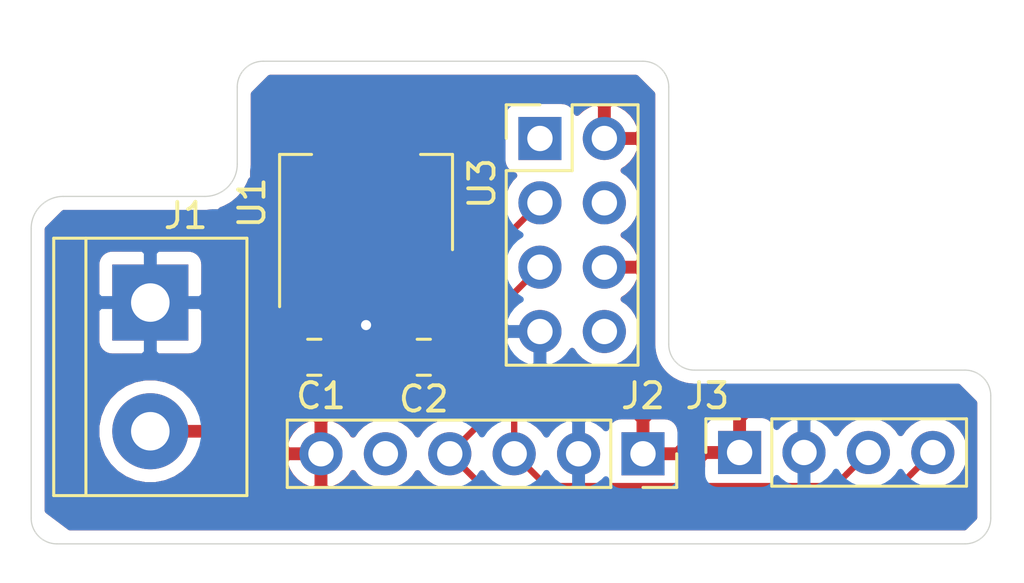
<source format=kicad_pcb>
(kicad_pcb (version 20171130) (host pcbnew 5.1.5+dfsg1-2build2)

  (general
    (thickness 1.6)
    (drawings 16)
    (tracks 26)
    (zones 0)
    (modules 7)
    (nets 6)
  )

  (page A4)
  (title_block
    (title WeatherStation)
    (date 2020-05-16)
    (rev 2)
  )

  (layers
    (0 F.Cu signal)
    (31 B.Cu signal)
    (32 B.Adhes user)
    (33 F.Adhes user)
    (34 B.Paste user)
    (35 F.Paste user)
    (36 B.SilkS user)
    (37 F.SilkS user)
    (38 B.Mask user)
    (39 F.Mask user)
    (40 Dwgs.User user)
    (41 Cmts.User user)
    (42 Eco1.User user)
    (43 Eco2.User user)
    (44 Edge.Cuts user)
    (45 Margin user)
    (46 B.CrtYd user)
    (47 F.CrtYd user)
    (48 B.Fab user)
    (49 F.Fab user)
  )

  (setup
    (last_trace_width 0.25)
    (trace_clearance 0.2)
    (zone_clearance 0.508)
    (zone_45_only no)
    (trace_min 0.2)
    (via_size 0.8)
    (via_drill 0.4)
    (via_min_size 0.4)
    (via_min_drill 0.3)
    (uvia_size 0.3)
    (uvia_drill 0.1)
    (uvias_allowed no)
    (uvia_min_size 0.2)
    (uvia_min_drill 0.1)
    (edge_width 0.05)
    (segment_width 0.2)
    (pcb_text_width 0.3)
    (pcb_text_size 1.5 1.5)
    (mod_edge_width 0.12)
    (mod_text_size 1 1)
    (mod_text_width 0.15)
    (pad_size 1.524 1.524)
    (pad_drill 0.762)
    (pad_to_mask_clearance 0.051)
    (solder_mask_min_width 0.25)
    (aux_axis_origin 0 0)
    (visible_elements FFFDFF7F)
    (pcbplotparams
      (layerselection 0x010fc_ffffffff)
      (usegerberextensions false)
      (usegerberattributes false)
      (usegerberadvancedattributes false)
      (creategerberjobfile false)
      (excludeedgelayer true)
      (linewidth 0.100000)
      (plotframeref false)
      (viasonmask false)
      (mode 1)
      (useauxorigin false)
      (hpglpennumber 1)
      (hpglpenspeed 20)
      (hpglpendiameter 15.000000)
      (psnegative false)
      (psa4output false)
      (plotreference true)
      (plotvalue true)
      (plotinvisibletext false)
      (padsonsilk false)
      (subtractmaskfromsilk false)
      (outputformat 1)
      (mirror false)
      (drillshape 0)
      (scaleselection 1)
      (outputdirectory "./"))
  )

  (net 0 "")
  (net 1 GND)
  (net 2 "Net-(C1-Pad1)")
  (net 3 /SCL)
  (net 4 /SDA)
  (net 5 /VCC)

  (net_class Default "This is the default net class."
    (clearance 0.2)
    (trace_width 0.25)
    (via_dia 0.8)
    (via_drill 0.4)
    (uvia_dia 0.3)
    (uvia_drill 0.1)
    (add_net /SCL)
    (add_net /SDA)
  )

  (net_class Power ""
    (clearance 0.3)
    (trace_width 0.5)
    (via_dia 0.8)
    (via_drill 0.4)
    (uvia_dia 0.3)
    (uvia_drill 0.1)
    (add_net /VCC)
    (add_net GND)
    (add_net "Net-(C1-Pad1)")
  )

  (module TerminalBlock:TerminalBlock_bornier-2_P5.08mm (layer F.Cu) (tedit 59FF03AB) (tstamp 5EC06D58)
    (at 64.643 54.229 270)
    (descr "simple 2-pin terminal block, pitch 5.08mm, revamped version of bornier2")
    (tags "terminal block bornier2")
    (path /5EC0D311)
    (fp_text reference J1 (at -3.429 -1.397 180) (layer F.SilkS)
      (effects (font (size 1 1) (thickness 0.15)))
    )
    (fp_text value Screw_Terminal_01x02 (at 2.54 5.08 90) (layer F.Fab)
      (effects (font (size 1 1) (thickness 0.15)))
    )
    (fp_text user %R (at 2.54 0 90) (layer F.Fab)
      (effects (font (size 1 1) (thickness 0.15)))
    )
    (fp_line (start -2.41 2.55) (end 7.49 2.55) (layer F.Fab) (width 0.1))
    (fp_line (start -2.46 -3.75) (end -2.46 3.75) (layer F.Fab) (width 0.1))
    (fp_line (start -2.46 3.75) (end 7.54 3.75) (layer F.Fab) (width 0.1))
    (fp_line (start 7.54 3.75) (end 7.54 -3.75) (layer F.Fab) (width 0.1))
    (fp_line (start 7.54 -3.75) (end -2.46 -3.75) (layer F.Fab) (width 0.1))
    (fp_line (start 7.62 2.54) (end -2.54 2.54) (layer F.SilkS) (width 0.12))
    (fp_line (start 7.62 3.81) (end 7.62 -3.81) (layer F.SilkS) (width 0.12))
    (fp_line (start 7.62 -3.81) (end -2.54 -3.81) (layer F.SilkS) (width 0.12))
    (fp_line (start -2.54 -3.81) (end -2.54 3.81) (layer F.SilkS) (width 0.12))
    (fp_line (start -2.54 3.81) (end 7.62 3.81) (layer F.SilkS) (width 0.12))
    (fp_line (start -2.71 -4) (end 7.79 -4) (layer F.CrtYd) (width 0.05))
    (fp_line (start -2.71 -4) (end -2.71 4) (layer F.CrtYd) (width 0.05))
    (fp_line (start 7.79 4) (end 7.79 -4) (layer F.CrtYd) (width 0.05))
    (fp_line (start 7.79 4) (end -2.71 4) (layer F.CrtYd) (width 0.05))
    (pad 1 thru_hole rect (at 0 0 270) (size 3 3) (drill 1.52) (layers *.Cu *.Mask)
      (net 1 GND))
    (pad 2 thru_hole circle (at 5.08 0 270) (size 3 3) (drill 1.52) (layers *.Cu *.Mask)
      (net 2 "Net-(C1-Pad1)"))
    (model ${KISYS3DMOD}/TerminalBlock.3dshapes/TerminalBlock_bornier-2_P5.08mm.wrl
      (offset (xyz 2.539999961853027 0 0))
      (scale (xyz 1 1 1))
      (rotate (xyz 0 0 0))
    )
  )

  (module Capacitor_SMD:C_0805_2012Metric_Pad1.15x1.40mm_HandSolder (layer F.Cu) (tedit 5B36C52B) (tstamp 5EC0788B)
    (at 71.111 56.388)
    (descr "Capacitor SMD 0805 (2012 Metric), square (rectangular) end terminal, IPC_7351 nominal with elongated pad for handsoldering. (Body size source: https://docs.google.com/spreadsheets/d/1BsfQQcO9C6DZCsRaXUlFlo91Tg2WpOkGARC1WS5S8t0/edit?usp=sharing), generated with kicad-footprint-generator")
    (tags "capacitor handsolder")
    (path /5EC0C5F8)
    (attr smd)
    (fp_text reference C1 (at 0.263 1.524) (layer F.SilkS)
      (effects (font (size 1 1) (thickness 0.15)))
    )
    (fp_text value 100nF (at 0 1.65) (layer F.Fab)
      (effects (font (size 1 1) (thickness 0.15)))
    )
    (fp_text user %R (at 0 0) (layer F.Fab)
      (effects (font (size 0.5 0.5) (thickness 0.08)))
    )
    (fp_line (start 1.85 0.95) (end -1.85 0.95) (layer F.CrtYd) (width 0.05))
    (fp_line (start 1.85 -0.95) (end 1.85 0.95) (layer F.CrtYd) (width 0.05))
    (fp_line (start -1.85 -0.95) (end 1.85 -0.95) (layer F.CrtYd) (width 0.05))
    (fp_line (start -1.85 0.95) (end -1.85 -0.95) (layer F.CrtYd) (width 0.05))
    (fp_line (start -0.261252 0.71) (end 0.261252 0.71) (layer F.SilkS) (width 0.12))
    (fp_line (start -0.261252 -0.71) (end 0.261252 -0.71) (layer F.SilkS) (width 0.12))
    (fp_line (start 1 0.6) (end -1 0.6) (layer F.Fab) (width 0.1))
    (fp_line (start 1 -0.6) (end 1 0.6) (layer F.Fab) (width 0.1))
    (fp_line (start -1 -0.6) (end 1 -0.6) (layer F.Fab) (width 0.1))
    (fp_line (start -1 0.6) (end -1 -0.6) (layer F.Fab) (width 0.1))
    (pad 2 smd roundrect (at 1.025 0) (size 1.15 1.4) (layers F.Cu F.Paste F.Mask) (roundrect_rratio 0.217391)
      (net 1 GND))
    (pad 1 smd roundrect (at -1.025 0) (size 1.15 1.4) (layers F.Cu F.Paste F.Mask) (roundrect_rratio 0.217391)
      (net 2 "Net-(C1-Pad1)"))
    (model ${KISYS3DMOD}/Capacitor_SMD.3dshapes/C_0805_2012Metric.wrl
      (at (xyz 0 0 0))
      (scale (xyz 1 1 1))
      (rotate (xyz 0 0 0))
    )
  )

  (module Capacitor_SMD:C_0805_2012Metric_Pad1.15x1.40mm_HandSolder (layer F.Cu) (tedit 5B36C52B) (tstamp 5EC06D43)
    (at 75.429 56.388 180)
    (descr "Capacitor SMD 0805 (2012 Metric), square (rectangular) end terminal, IPC_7351 nominal with elongated pad for handsoldering. (Body size source: https://docs.google.com/spreadsheets/d/1BsfQQcO9C6DZCsRaXUlFlo91Tg2WpOkGARC1WS5S8t0/edit?usp=sharing), generated with kicad-footprint-generator")
    (tags "capacitor handsolder")
    (path /5EC0C150)
    (attr smd)
    (fp_text reference C2 (at 0 -1.65) (layer F.SilkS)
      (effects (font (size 1 1) (thickness 0.15)))
    )
    (fp_text value 10uF (at 0 1.65) (layer F.Fab)
      (effects (font (size 1 1) (thickness 0.15)))
    )
    (fp_line (start -1 0.6) (end -1 -0.6) (layer F.Fab) (width 0.1))
    (fp_line (start -1 -0.6) (end 1 -0.6) (layer F.Fab) (width 0.1))
    (fp_line (start 1 -0.6) (end 1 0.6) (layer F.Fab) (width 0.1))
    (fp_line (start 1 0.6) (end -1 0.6) (layer F.Fab) (width 0.1))
    (fp_line (start -0.261252 -0.71) (end 0.261252 -0.71) (layer F.SilkS) (width 0.12))
    (fp_line (start -0.261252 0.71) (end 0.261252 0.71) (layer F.SilkS) (width 0.12))
    (fp_line (start -1.85 0.95) (end -1.85 -0.95) (layer F.CrtYd) (width 0.05))
    (fp_line (start -1.85 -0.95) (end 1.85 -0.95) (layer F.CrtYd) (width 0.05))
    (fp_line (start 1.85 -0.95) (end 1.85 0.95) (layer F.CrtYd) (width 0.05))
    (fp_line (start 1.85 0.95) (end -1.85 0.95) (layer F.CrtYd) (width 0.05))
    (fp_text user %R (at 0 0) (layer F.Fab)
      (effects (font (size 0.5 0.5) (thickness 0.08)))
    )
    (pad 1 smd roundrect (at -1.025 0 180) (size 1.15 1.4) (layers F.Cu F.Paste F.Mask) (roundrect_rratio 0.217391)
      (net 5 /VCC))
    (pad 2 smd roundrect (at 1.025 0 180) (size 1.15 1.4) (layers F.Cu F.Paste F.Mask) (roundrect_rratio 0.217391)
      (net 1 GND))
    (model ${KISYS3DMOD}/Capacitor_SMD.3dshapes/C_0805_2012Metric.wrl
      (at (xyz 0 0 0))
      (scale (xyz 1 1 1))
      (rotate (xyz 0 0 0))
    )
  )

  (module Connector_PinSocket_2.54mm:PinSocket_1x06_P2.54mm_Vertical (layer F.Cu) (tedit 5A19A430) (tstamp 5EC06D72)
    (at 84.074 60.198 270)
    (descr "Through hole straight socket strip, 1x06, 2.54mm pitch, single row (from Kicad 4.0.7), script generated")
    (tags "Through hole socket strip THT 1x06 2.54mm single row")
    (path /5EC0B8AD)
    (fp_text reference J2 (at -2.286 0 180) (layer F.SilkS)
      (effects (font (size 1 1) (thickness 0.15)))
    )
    (fp_text value Conn_01x06 (at 0 15.47 90) (layer F.Fab)
      (effects (font (size 1 1) (thickness 0.15)))
    )
    (fp_line (start -1.27 -1.27) (end 0.635 -1.27) (layer F.Fab) (width 0.1))
    (fp_line (start 0.635 -1.27) (end 1.27 -0.635) (layer F.Fab) (width 0.1))
    (fp_line (start 1.27 -0.635) (end 1.27 13.97) (layer F.Fab) (width 0.1))
    (fp_line (start 1.27 13.97) (end -1.27 13.97) (layer F.Fab) (width 0.1))
    (fp_line (start -1.27 13.97) (end -1.27 -1.27) (layer F.Fab) (width 0.1))
    (fp_line (start -1.33 1.27) (end 1.33 1.27) (layer F.SilkS) (width 0.12))
    (fp_line (start -1.33 1.27) (end -1.33 14.03) (layer F.SilkS) (width 0.12))
    (fp_line (start -1.33 14.03) (end 1.33 14.03) (layer F.SilkS) (width 0.12))
    (fp_line (start 1.33 1.27) (end 1.33 14.03) (layer F.SilkS) (width 0.12))
    (fp_line (start 1.33 -1.33) (end 1.33 0) (layer F.SilkS) (width 0.12))
    (fp_line (start 0 -1.33) (end 1.33 -1.33) (layer F.SilkS) (width 0.12))
    (fp_line (start -1.8 -1.8) (end 1.75 -1.8) (layer F.CrtYd) (width 0.05))
    (fp_line (start 1.75 -1.8) (end 1.75 14.45) (layer F.CrtYd) (width 0.05))
    (fp_line (start 1.75 14.45) (end -1.8 14.45) (layer F.CrtYd) (width 0.05))
    (fp_line (start -1.8 14.45) (end -1.8 -1.8) (layer F.CrtYd) (width 0.05))
    (fp_text user %R (at 0 6.35) (layer F.Fab)
      (effects (font (size 1 1) (thickness 0.15)))
    )
    (pad 1 thru_hole rect (at 0 0 270) (size 1.7 1.7) (drill 1) (layers *.Cu *.Mask)
      (net 5 /VCC))
    (pad 2 thru_hole oval (at 0 2.54 270) (size 1.7 1.7) (drill 1) (layers *.Cu *.Mask)
      (net 1 GND))
    (pad 3 thru_hole oval (at 0 5.08 270) (size 1.7 1.7) (drill 1) (layers *.Cu *.Mask)
      (net 3 /SCL))
    (pad 4 thru_hole oval (at 0 7.62 270) (size 1.7 1.7) (drill 1) (layers *.Cu *.Mask)
      (net 4 /SDA))
    (pad 5 thru_hole oval (at 0 10.16 270) (size 1.7 1.7) (drill 1) (layers *.Cu *.Mask))
    (pad 6 thru_hole oval (at 0 12.7 270) (size 1.7 1.7) (drill 1) (layers *.Cu *.Mask)
      (net 5 /VCC))
    (model ${KISYS3DMOD}/Connector_PinSocket_2.54mm.3dshapes/PinSocket_1x06_P2.54mm_Vertical.wrl
      (at (xyz 0 0 0))
      (scale (xyz 1 1 1))
      (rotate (xyz 0 0 0))
    )
  )

  (module Connector_PinSocket_2.54mm:PinSocket_1x04_P2.54mm_Vertical (layer F.Cu) (tedit 5A19A429) (tstamp 5EC06D8A)
    (at 87.884 60.148 90)
    (descr "Through hole straight socket strip, 1x04, 2.54mm pitch, single row (from Kicad 4.0.7), script generated")
    (tags "Through hole socket strip THT 1x04 2.54mm single row")
    (path /5EC0B13F)
    (fp_text reference J3 (at 2.236 -1.27 180) (layer F.SilkS)
      (effects (font (size 1 1) (thickness 0.15)))
    )
    (fp_text value Conn_01x04 (at 0 10.39 90) (layer F.Fab)
      (effects (font (size 1 1) (thickness 0.15)))
    )
    (fp_line (start -1.27 -1.27) (end 0.635 -1.27) (layer F.Fab) (width 0.1))
    (fp_line (start 0.635 -1.27) (end 1.27 -0.635) (layer F.Fab) (width 0.1))
    (fp_line (start 1.27 -0.635) (end 1.27 8.89) (layer F.Fab) (width 0.1))
    (fp_line (start 1.27 8.89) (end -1.27 8.89) (layer F.Fab) (width 0.1))
    (fp_line (start -1.27 8.89) (end -1.27 -1.27) (layer F.Fab) (width 0.1))
    (fp_line (start -1.33 1.27) (end 1.33 1.27) (layer F.SilkS) (width 0.12))
    (fp_line (start -1.33 1.27) (end -1.33 8.95) (layer F.SilkS) (width 0.12))
    (fp_line (start -1.33 8.95) (end 1.33 8.95) (layer F.SilkS) (width 0.12))
    (fp_line (start 1.33 1.27) (end 1.33 8.95) (layer F.SilkS) (width 0.12))
    (fp_line (start 1.33 -1.33) (end 1.33 0) (layer F.SilkS) (width 0.12))
    (fp_line (start 0 -1.33) (end 1.33 -1.33) (layer F.SilkS) (width 0.12))
    (fp_line (start -1.8 -1.8) (end 1.75 -1.8) (layer F.CrtYd) (width 0.05))
    (fp_line (start 1.75 -1.8) (end 1.75 9.4) (layer F.CrtYd) (width 0.05))
    (fp_line (start 1.75 9.4) (end -1.8 9.4) (layer F.CrtYd) (width 0.05))
    (fp_line (start -1.8 9.4) (end -1.8 -1.8) (layer F.CrtYd) (width 0.05))
    (fp_text user %R (at 0 3.81) (layer F.Fab)
      (effects (font (size 1 1) (thickness 0.15)))
    )
    (pad 1 thru_hole rect (at 0 0 90) (size 1.7 1.7) (drill 1) (layers *.Cu *.Mask)
      (net 5 /VCC))
    (pad 2 thru_hole oval (at 0 2.54 90) (size 1.7 1.7) (drill 1) (layers *.Cu *.Mask)
      (net 1 GND))
    (pad 3 thru_hole oval (at 0 5.08 90) (size 1.7 1.7) (drill 1) (layers *.Cu *.Mask)
      (net 3 /SCL))
    (pad 4 thru_hole oval (at 0 7.62 90) (size 1.7 1.7) (drill 1) (layers *.Cu *.Mask)
      (net 4 /SDA))
    (model ${KISYS3DMOD}/Connector_PinSocket_2.54mm.3dshapes/PinSocket_1x04_P2.54mm_Vertical.wrl
      (at (xyz 0 0 0))
      (scale (xyz 1 1 1))
      (rotate (xyz 0 0 0))
    )
  )

  (module EspFlash:ESP-01 (layer F.Cu) (tedit 5E9DE18E) (tstamp 5EC0DCB6)
    (at 82.55 47.752)
    (descr "Through hole straight socket strip, 2x04, 2.54mm pitch, double cols (from Kicad 4.0.7), script generated")
    (tags "Through hole socket strip THT 2x04 2.54mm double row")
    (path /5EC008CF)
    (fp_text reference U3 (at -4.826 1.778 90) (layer F.SilkS)
      (effects (font (size 1 1) (thickness 0.15)))
    )
    (fp_text value ESP-01 (at -1.27 10.39) (layer F.Fab)
      (effects (font (size 1 1) (thickness 0.15)))
    )
    (fp_line (start 1.27 -1.27) (end -2.81 -1.27) (layer F.Fab) (width 0.1))
    (fp_line (start -2.81 -1.27) (end -3.81 -0.27) (layer F.Fab) (width 0.1))
    (fp_line (start -3.81 -0.27) (end -3.81 8.89) (layer F.Fab) (width 0.1))
    (fp_line (start -3.81 8.89) (end 1.27 8.89) (layer F.Fab) (width 0.1))
    (fp_line (start 1.27 8.89) (end 1.27 -1.27) (layer F.Fab) (width 0.1))
    (fp_line (start 1.33 -1.33) (end -1.27 -1.33) (layer F.SilkS) (width 0.12))
    (fp_line (start 1.33 -1.33) (end 1.33 8.95) (layer F.SilkS) (width 0.12))
    (fp_line (start 1.33 8.95) (end -3.87 8.95) (layer F.SilkS) (width 0.12))
    (fp_line (start -3.87 1.27) (end -3.87 8.95) (layer F.SilkS) (width 0.12))
    (fp_line (start -1.27 1.27) (end -3.87 1.27) (layer F.SilkS) (width 0.12))
    (fp_line (start -1.27 -1.33) (end -1.27 1.27) (layer F.SilkS) (width 0.12))
    (fp_line (start -3.87 -1.33) (end -3.87 0) (layer F.SilkS) (width 0.12))
    (fp_line (start -2.54 -1.33) (end -3.87 -1.33) (layer F.SilkS) (width 0.12))
    (fp_line (start 1.76 -1.8) (end -4.3 -1.8) (layer F.CrtYd) (width 0.05))
    (fp_line (start 1.76 -1.8) (end 1.76 9.4) (layer F.CrtYd) (width 0.05))
    (fp_line (start 1.76 9.4) (end -4.34 9.4) (layer F.CrtYd) (width 0.05))
    (fp_line (start -4.34 9.4) (end -4.34 -1.8) (layer F.CrtYd) (width 0.05))
    (fp_text user %R (at -1.27 3.81 90) (layer F.Fab)
      (effects (font (size 1 1) (thickness 0.15)))
    )
    (pad 1 thru_hole rect (at -2.54 0) (size 1.7 1.7) (drill 1) (layers *.Cu *.Mask))
    (pad 8 thru_hole oval (at 0 0) (size 1.7 1.7) (drill 1) (layers *.Cu *.Mask)
      (net 5 /VCC))
    (pad 2 thru_hole oval (at -2.54 2.54) (size 1.7 1.7) (drill 1) (layers *.Cu *.Mask)
      (net 4 /SDA))
    (pad 7 thru_hole oval (at 0 2.54) (size 1.7 1.7) (drill 1) (layers *.Cu *.Mask))
    (pad 3 thru_hole oval (at -2.54 5.08) (size 1.7 1.7) (drill 1) (layers *.Cu *.Mask)
      (net 3 /SCL))
    (pad 6 thru_hole oval (at 0 5.08) (size 1.7 1.7) (drill 1) (layers *.Cu *.Mask)
      (net 5 /VCC))
    (pad 4 thru_hole oval (at -2.54 7.62) (size 1.7 1.7) (drill 1) (layers *.Cu *.Mask)
      (net 1 GND))
    (pad 5 thru_hole oval (at 0 7.62) (size 1.7 1.7) (drill 1) (layers *.Cu *.Mask))
    (model ${KISYS3DMOD}/Connector_PinSocket_2.54mm.3dshapes/PinSocket_2x04_P2.54mm_Vertical.wrl
      (at (xyz 0 0 0))
      (scale (xyz 1 1 1))
      (rotate (xyz 0 0 0))
    )
  )

  (module Package_TO_SOT_SMD:SOT-223 (layer F.Cu) (tedit 5A02FF57) (tstamp 5EC517AF)
    (at 73.152 50.292 90)
    (descr "module CMS SOT223 4 pins")
    (tags "CMS SOT")
    (path /5EC560F4)
    (attr smd)
    (fp_text reference U1 (at 0 -4.5 90) (layer F.SilkS)
      (effects (font (size 1 1) (thickness 0.15)))
    )
    (fp_text value MCP1755S-3302xCB (at 0 4.5 90) (layer F.Fab)
      (effects (font (size 1 1) (thickness 0.15)))
    )
    (fp_text user %R (at 0 0) (layer F.Fab)
      (effects (font (size 0.8 0.8) (thickness 0.12)))
    )
    (fp_line (start -1.85 -2.3) (end -0.8 -3.35) (layer F.Fab) (width 0.1))
    (fp_line (start 1.91 3.41) (end 1.91 2.15) (layer F.SilkS) (width 0.12))
    (fp_line (start 1.91 -3.41) (end 1.91 -2.15) (layer F.SilkS) (width 0.12))
    (fp_line (start 4.4 -3.6) (end -4.4 -3.6) (layer F.CrtYd) (width 0.05))
    (fp_line (start 4.4 3.6) (end 4.4 -3.6) (layer F.CrtYd) (width 0.05))
    (fp_line (start -4.4 3.6) (end 4.4 3.6) (layer F.CrtYd) (width 0.05))
    (fp_line (start -4.4 -3.6) (end -4.4 3.6) (layer F.CrtYd) (width 0.05))
    (fp_line (start -1.85 -2.3) (end -1.85 3.35) (layer F.Fab) (width 0.1))
    (fp_line (start -1.85 3.41) (end 1.91 3.41) (layer F.SilkS) (width 0.12))
    (fp_line (start -0.8 -3.35) (end 1.85 -3.35) (layer F.Fab) (width 0.1))
    (fp_line (start -4.1 -3.41) (end 1.91 -3.41) (layer F.SilkS) (width 0.12))
    (fp_line (start -1.85 3.35) (end 1.85 3.35) (layer F.Fab) (width 0.1))
    (fp_line (start 1.85 -3.35) (end 1.85 3.35) (layer F.Fab) (width 0.1))
    (pad 4 smd rect (at 3.15 0 90) (size 2 3.8) (layers F.Cu F.Paste F.Mask))
    (pad 2 smd rect (at -3.15 0 90) (size 2 1.5) (layers F.Cu F.Paste F.Mask)
      (net 1 GND))
    (pad 3 smd rect (at -3.15 2.3 90) (size 2 1.5) (layers F.Cu F.Paste F.Mask)
      (net 5 /VCC))
    (pad 1 smd rect (at -3.15 -2.3 90) (size 2 1.5) (layers F.Cu F.Paste F.Mask)
      (net 2 "Net-(C1-Pad1)"))
    (model ${KISYS3DMOD}/Package_TO_SOT_SMD.3dshapes/SOT-223.wrl
      (at (xyz 0 0 0))
      (scale (xyz 1 1 1))
      (rotate (xyz 0 0 0))
    )
  )

  (gr_line (start 68.072 45.72) (end 68.072 48.768) (layer Edge.Cuts) (width 0.05) (tstamp 5EC51D87))
  (gr_line (start 66.802 50.038) (end 61.214 50.038) (layer Edge.Cuts) (width 0.05) (tstamp 5EC51D86))
  (gr_arc (start 66.802 48.768) (end 66.802 50.038) (angle -90) (layer Edge.Cuts) (width 0.05))
  (gr_arc (start 61.214 51.308) (end 61.214 50.038) (angle -90) (layer Edge.Cuts) (width 0.05))
  (gr_line (start 96.774 56.896) (end 86.106 56.896) (layer Edge.Cuts) (width 0.05) (tstamp 5EC51D69))
  (gr_arc (start 96.774 57.912) (end 97.79 57.912) (angle -90) (layer Edge.Cuts) (width 0.05))
  (gr_arc (start 86.106 55.88) (end 85.09 55.88) (angle -90) (layer Edge.Cuts) (width 0.05))
  (gr_line (start 85.09 45.72) (end 85.09 55.88) (layer Edge.Cuts) (width 0.05))
  (gr_arc (start 69.088 45.72) (end 69.088 44.704) (angle -90) (layer Edge.Cuts) (width 0.05))
  (gr_arc (start 84.074 45.72) (end 85.09 45.72) (angle -90) (layer Edge.Cuts) (width 0.05))
  (gr_arc (start 96.774 62.738) (end 96.774 63.754) (angle -90) (layer Edge.Cuts) (width 0.05))
  (gr_arc (start 60.96 62.738) (end 59.944 62.738) (angle -90) (layer Edge.Cuts) (width 0.05))
  (gr_line (start 59.944 51.308) (end 59.944 62.738) (layer Edge.Cuts) (width 0.05))
  (gr_line (start 84.074 44.704) (end 69.088 44.704) (layer Edge.Cuts) (width 0.05))
  (gr_line (start 97.79 62.738) (end 97.79 57.912) (layer Edge.Cuts) (width 0.05))
  (gr_line (start 96.774 63.754) (end 60.96 63.754) (layer Edge.Cuts) (width 0.05))

  (segment (start 73.152 55.372) (end 73.152 55.118) (width 0.5) (layer F.Cu) (net 1))
  (segment (start 72.136 56.388) (end 73.152 55.372) (width 0.5) (layer F.Cu) (net 1))
  (segment (start 73.152 55.136) (end 73.152 53.442) (width 0.5) (layer F.Cu) (net 1))
  (segment (start 74.404 56.388) (end 73.152 55.136) (width 0.5) (layer F.Cu) (net 1))
  (segment (start 73.152 55.118) (end 73.152 53.442) (width 0.5) (layer F.Cu) (net 1) (tstamp 5EC51A52))
  (via (at 73.152 55.118) (size 0.8) (drill 0.4) (layers F.Cu B.Cu) (net 1))
  (segment (start 70.086 57.088) (end 70.086 56.388) (width 0.5) (layer F.Cu) (net 2))
  (segment (start 67.865 59.309) (end 70.086 57.088) (width 0.5) (layer F.Cu) (net 2))
  (segment (start 64.643 59.309) (end 67.865 59.309) (width 0.5) (layer F.Cu) (net 2))
  (segment (start 70.086 54.208) (end 70.852 53.442) (width 0.5) (layer F.Cu) (net 2))
  (segment (start 70.086 56.388) (end 70.086 54.208) (width 0.5) (layer F.Cu) (net 2))
  (segment (start 78.994 60.198) (end 78.994 58.674) (width 0.25) (layer F.Cu) (net 3))
  (segment (start 78.994 58.674) (end 78.486 58.166) (width 0.25) (layer F.Cu) (net 3))
  (segment (start 78.486 54.356) (end 80.01 52.832) (width 0.25) (layer F.Cu) (net 3))
  (segment (start 78.486 58.166) (end 78.486 54.356) (width 0.25) (layer F.Cu) (net 3))
  (segment (start 92.114001 60.997999) (end 92.964 60.148) (width 0.25) (layer F.Cu) (net 3))
  (segment (start 91.638999 61.473001) (end 92.114001 60.997999) (width 0.25) (layer F.Cu) (net 3))
  (segment (start 80.269001 61.473001) (end 91.638999 61.473001) (width 0.25) (layer F.Cu) (net 3))
  (segment (start 78.994 60.198) (end 80.269001 61.473001) (width 0.25) (layer F.Cu) (net 3))
  (segment (start 80.01 50.292) (end 77.978 52.324) (width 0.25) (layer F.Cu) (net 4))
  (segment (start 77.978 58.674) (end 76.454 60.198) (width 0.25) (layer F.Cu) (net 4))
  (segment (start 77.978 52.324) (end 77.978 58.674) (width 0.25) (layer F.Cu) (net 4))
  (segment (start 94.654001 60.997999) (end 95.504 60.148) (width 0.25) (layer F.Cu) (net 4))
  (segment (start 93.72899 61.92301) (end 94.654001 60.997999) (width 0.25) (layer F.Cu) (net 4))
  (segment (start 78.17901 61.92301) (end 93.72899 61.92301) (width 0.25) (layer F.Cu) (net 4))
  (segment (start 76.454 60.198) (end 78.17901 61.92301) (width 0.25) (layer F.Cu) (net 4))

  (zone (net 5) (net_name /VCC) (layer F.Cu) (tstamp 0) (hatch edge 0.508)
    (connect_pads (clearance 0.508))
    (min_thickness 0.254)
    (fill yes (arc_segments 32) (thermal_gap 0.508) (thermal_bridge_width 0.508))
    (polygon
      (pts
        (xy 84.582 45.974) (xy 84.582 56.134) (xy 86.106 57.404) (xy 96.52 57.404) (xy 97.282 58.166)
        (xy 97.282 62.738) (xy 96.774 63.246) (xy 61.468 63.246) (xy 60.452 62.484) (xy 60.452 51.308)
        (xy 61.214 50.546) (xy 67.31 50.546) (xy 68.58 49.276) (xy 68.58 45.974) (xy 69.342 45.212)
        (xy 83.82 45.212)
      )
    )
    (filled_polygon
      (pts
        (xy 84.43 46.001606) (xy 84.430001 55.912419) (xy 84.432785 55.940681) (xy 84.432741 55.946911) (xy 84.433641 55.956083)
        (xy 84.454368 56.153284) (xy 84.466387 56.211834) (xy 84.477604 56.270639) (xy 84.480268 56.279461) (xy 84.538903 56.468882)
        (xy 84.562076 56.524009) (xy 84.584493 56.579492) (xy 84.588819 56.587629) (xy 84.68313 56.762052) (xy 84.716575 56.811636)
        (xy 84.749335 56.861699) (xy 84.755159 56.86884) (xy 84.881554 57.021624) (xy 84.923969 57.063744) (xy 84.965851 57.106513)
        (xy 84.972952 57.112387) (xy 85.126614 57.237711) (xy 85.176423 57.270803) (xy 85.225795 57.30461) (xy 85.233902 57.308993)
        (xy 85.40898 57.402084) (xy 85.464275 57.424875) (xy 85.51927 57.448446) (xy 85.528074 57.451171) (xy 85.7179 57.508482)
        (xy 85.776566 57.520098) (xy 85.835087 57.532537) (xy 85.844252 57.5335) (xy 86.041593 57.55285) (xy 86.041598 57.55285)
        (xy 86.073581 57.556) (xy 96.492394 57.556) (xy 97.130001 58.193607) (xy 97.13 62.705719) (xy 97.129492 62.710902)
        (xy 96.746409 63.093985) (xy 96.746269 63.094) (xy 61.477 63.094) (xy 60.604 62.43925) (xy 60.604 59.098721)
        (xy 62.508 59.098721) (xy 62.508 59.519279) (xy 62.590047 59.931756) (xy 62.750988 60.320302) (xy 62.984637 60.669983)
        (xy 63.282017 60.967363) (xy 63.631698 61.201012) (xy 64.020244 61.361953) (xy 64.432721 61.444) (xy 64.853279 61.444)
        (xy 65.265756 61.361953) (xy 65.654302 61.201012) (xy 66.003983 60.967363) (xy 66.301363 60.669983) (xy 66.378264 60.554891)
        (xy 69.932519 60.554891) (xy 70.029843 60.829252) (xy 70.178822 61.079355) (xy 70.373731 61.295588) (xy 70.60708 61.469641)
        (xy 70.869901 61.594825) (xy 71.01711 61.639476) (xy 71.247 61.518155) (xy 71.247 60.325) (xy 70.053186 60.325)
        (xy 69.932519 60.554891) (xy 66.378264 60.554891) (xy 66.535012 60.320302) (xy 66.587328 60.194) (xy 67.821531 60.194)
        (xy 67.865 60.198281) (xy 67.908469 60.194) (xy 67.908477 60.194) (xy 68.03849 60.181195) (xy 68.205313 60.130589)
        (xy 68.359059 60.048411) (xy 68.493817 59.937817) (xy 68.521534 59.904044) (xy 68.584469 59.841109) (xy 69.932519 59.841109)
        (xy 70.053186 60.071) (xy 71.247 60.071) (xy 71.247 58.877845) (xy 71.501 58.877845) (xy 71.501 60.071)
        (xy 71.521 60.071) (xy 71.521 60.325) (xy 71.501 60.325) (xy 71.501 61.518155) (xy 71.73089 61.639476)
        (xy 71.878099 61.594825) (xy 72.14092 61.469641) (xy 72.374269 61.295588) (xy 72.569178 61.079355) (xy 72.638805 60.962466)
        (xy 72.760525 61.144632) (xy 72.967368 61.351475) (xy 73.210589 61.51399) (xy 73.480842 61.625932) (xy 73.76774 61.683)
        (xy 74.06026 61.683) (xy 74.347158 61.625932) (xy 74.617411 61.51399) (xy 74.860632 61.351475) (xy 75.067475 61.144632)
        (xy 75.184 60.97024) (xy 75.300525 61.144632) (xy 75.507368 61.351475) (xy 75.750589 61.51399) (xy 76.020842 61.625932)
        (xy 76.30774 61.683) (xy 76.60026 61.683) (xy 76.820408 61.63921) (xy 77.615211 62.434013) (xy 77.639009 62.463011)
        (xy 77.668007 62.486809) (xy 77.754734 62.557984) (xy 77.886763 62.628556) (xy 78.030024 62.672013) (xy 78.17901 62.686687)
        (xy 78.216343 62.68301) (xy 93.691668 62.68301) (xy 93.72899 62.686686) (xy 93.766312 62.68301) (xy 93.766323 62.68301)
        (xy 93.877976 62.672013) (xy 94.021237 62.628556) (xy 94.153266 62.557984) (xy 94.268991 62.463011) (xy 94.292793 62.434008)
        (xy 95.137592 61.58921) (xy 95.35774 61.633) (xy 95.65026 61.633) (xy 95.937158 61.575932) (xy 96.207411 61.46399)
        (xy 96.450632 61.301475) (xy 96.657475 61.094632) (xy 96.81999 60.851411) (xy 96.931932 60.581158) (xy 96.989 60.29426)
        (xy 96.989 60.00174) (xy 96.931932 59.714842) (xy 96.81999 59.444589) (xy 96.657475 59.201368) (xy 96.450632 58.994525)
        (xy 96.207411 58.83201) (xy 95.937158 58.720068) (xy 95.65026 58.663) (xy 95.35774 58.663) (xy 95.070842 58.720068)
        (xy 94.800589 58.83201) (xy 94.557368 58.994525) (xy 94.350525 59.201368) (xy 94.234 59.37576) (xy 94.117475 59.201368)
        (xy 93.910632 58.994525) (xy 93.667411 58.83201) (xy 93.397158 58.720068) (xy 93.11026 58.663) (xy 92.81774 58.663)
        (xy 92.530842 58.720068) (xy 92.260589 58.83201) (xy 92.017368 58.994525) (xy 91.810525 59.201368) (xy 91.694 59.37576)
        (xy 91.577475 59.201368) (xy 91.370632 58.994525) (xy 91.127411 58.83201) (xy 90.857158 58.720068) (xy 90.57026 58.663)
        (xy 90.27774 58.663) (xy 89.990842 58.720068) (xy 89.720589 58.83201) (xy 89.477368 58.994525) (xy 89.345513 59.12638)
        (xy 89.323502 59.05382) (xy 89.264537 58.943506) (xy 89.185185 58.846815) (xy 89.088494 58.767463) (xy 88.97818 58.708498)
        (xy 88.858482 58.672188) (xy 88.734 58.659928) (xy 88.16975 58.663) (xy 88.011 58.82175) (xy 88.011 60.021)
        (xy 88.031 60.021) (xy 88.031 60.275) (xy 88.011 60.275) (xy 88.011 60.295) (xy 87.757 60.295)
        (xy 87.757 60.275) (xy 86.55775 60.275) (xy 86.399 60.43375) (xy 86.39748 60.713001) (xy 85.560248 60.713001)
        (xy 85.559 60.48375) (xy 85.40025 60.325) (xy 84.201 60.325) (xy 84.201 60.345) (xy 83.947 60.345)
        (xy 83.947 60.325) (xy 83.927 60.325) (xy 83.927 60.071) (xy 83.947 60.071) (xy 83.947 58.87175)
        (xy 84.201 58.87175) (xy 84.201 60.071) (xy 85.40025 60.071) (xy 85.559 59.91225) (xy 85.562072 59.348)
        (xy 85.557148 59.298) (xy 86.395928 59.298) (xy 86.399 59.86225) (xy 86.55775 60.021) (xy 87.757 60.021)
        (xy 87.757 58.82175) (xy 87.59825 58.663) (xy 87.034 58.659928) (xy 86.909518 58.672188) (xy 86.78982 58.708498)
        (xy 86.679506 58.767463) (xy 86.582815 58.846815) (xy 86.503463 58.943506) (xy 86.444498 59.05382) (xy 86.408188 59.173518)
        (xy 86.395928 59.298) (xy 85.557148 59.298) (xy 85.549812 59.223518) (xy 85.513502 59.10382) (xy 85.454537 58.993506)
        (xy 85.375185 58.896815) (xy 85.278494 58.817463) (xy 85.16818 58.758498) (xy 85.048482 58.722188) (xy 84.924 58.709928)
        (xy 84.35975 58.713) (xy 84.201 58.87175) (xy 83.947 58.87175) (xy 83.78825 58.713) (xy 83.224 58.709928)
        (xy 83.099518 58.722188) (xy 82.97982 58.758498) (xy 82.869506 58.817463) (xy 82.772815 58.896815) (xy 82.693463 58.993506)
        (xy 82.634498 59.10382) (xy 82.612487 59.17638) (xy 82.480632 59.044525) (xy 82.237411 58.88201) (xy 81.967158 58.770068)
        (xy 81.68026 58.713) (xy 81.38774 58.713) (xy 81.100842 58.770068) (xy 80.830589 58.88201) (xy 80.587368 59.044525)
        (xy 80.380525 59.251368) (xy 80.264 59.42576) (xy 80.147475 59.251368) (xy 79.940632 59.044525) (xy 79.754 58.919822)
        (xy 79.754 58.711322) (xy 79.757676 58.673999) (xy 79.754 58.636676) (xy 79.754 58.636667) (xy 79.743003 58.525014)
        (xy 79.699546 58.381753) (xy 79.628974 58.249724) (xy 79.534001 58.133999) (xy 79.505002 58.1102) (xy 79.246 57.851199)
        (xy 79.246 56.647506) (xy 79.306589 56.68799) (xy 79.576842 56.799932) (xy 79.86374 56.857) (xy 80.15626 56.857)
        (xy 80.443158 56.799932) (xy 80.713411 56.68799) (xy 80.956632 56.525475) (xy 81.163475 56.318632) (xy 81.28 56.14424)
        (xy 81.396525 56.318632) (xy 81.603368 56.525475) (xy 81.846589 56.68799) (xy 82.116842 56.799932) (xy 82.40374 56.857)
        (xy 82.69626 56.857) (xy 82.983158 56.799932) (xy 83.253411 56.68799) (xy 83.496632 56.525475) (xy 83.703475 56.318632)
        (xy 83.86599 56.075411) (xy 83.977932 55.805158) (xy 84.035 55.51826) (xy 84.035 55.22574) (xy 83.977932 54.938842)
        (xy 83.86599 54.668589) (xy 83.703475 54.425368) (xy 83.496632 54.218525) (xy 83.314466 54.096805) (xy 83.431355 54.027178)
        (xy 83.647588 53.832269) (xy 83.821641 53.59892) (xy 83.946825 53.336099) (xy 83.991476 53.18889) (xy 83.870155 52.959)
        (xy 82.677 52.959) (xy 82.677 52.979) (xy 82.423 52.979) (xy 82.423 52.959) (xy 82.403 52.959)
        (xy 82.403 52.705) (xy 82.423 52.705) (xy 82.423 52.685) (xy 82.677 52.685) (xy 82.677 52.705)
        (xy 83.870155 52.705) (xy 83.991476 52.47511) (xy 83.946825 52.327901) (xy 83.821641 52.06508) (xy 83.647588 51.831731)
        (xy 83.431355 51.636822) (xy 83.314466 51.567195) (xy 83.496632 51.445475) (xy 83.703475 51.238632) (xy 83.86599 50.995411)
        (xy 83.977932 50.725158) (xy 84.035 50.43826) (xy 84.035 50.14574) (xy 83.977932 49.858842) (xy 83.86599 49.588589)
        (xy 83.703475 49.345368) (xy 83.496632 49.138525) (xy 83.314466 49.016805) (xy 83.431355 48.947178) (xy 83.647588 48.752269)
        (xy 83.821641 48.51892) (xy 83.946825 48.256099) (xy 83.991476 48.10889) (xy 83.870155 47.879) (xy 82.677 47.879)
        (xy 82.677 47.899) (xy 82.423 47.899) (xy 82.423 47.879) (xy 82.403 47.879) (xy 82.403 47.625)
        (xy 82.423 47.625) (xy 82.423 46.431186) (xy 82.677 46.431186) (xy 82.677 47.625) (xy 83.870155 47.625)
        (xy 83.991476 47.39511) (xy 83.946825 47.247901) (xy 83.821641 46.98508) (xy 83.647588 46.751731) (xy 83.431355 46.556822)
        (xy 83.181252 46.407843) (xy 82.906891 46.310519) (xy 82.677 46.431186) (xy 82.423 46.431186) (xy 82.193109 46.310519)
        (xy 81.918748 46.407843) (xy 81.668645 46.556822) (xy 81.472498 46.733626) (xy 81.449502 46.65782) (xy 81.390537 46.547506)
        (xy 81.311185 46.450815) (xy 81.214494 46.371463) (xy 81.10418 46.312498) (xy 80.984482 46.276188) (xy 80.86 46.263928)
        (xy 79.16 46.263928) (xy 79.035518 46.276188) (xy 78.91582 46.312498) (xy 78.805506 46.371463) (xy 78.708815 46.450815)
        (xy 78.629463 46.547506) (xy 78.570498 46.65782) (xy 78.534188 46.777518) (xy 78.521928 46.902) (xy 78.521928 48.602)
        (xy 78.534188 48.726482) (xy 78.570498 48.84618) (xy 78.629463 48.956494) (xy 78.708815 49.053185) (xy 78.805506 49.132537)
        (xy 78.91582 49.191502) (xy 78.98838 49.213513) (xy 78.856525 49.345368) (xy 78.69401 49.588589) (xy 78.582068 49.858842)
        (xy 78.525 50.14574) (xy 78.525 50.43826) (xy 78.56879 50.658408) (xy 77.467003 51.760196) (xy 77.437999 51.783999)
        (xy 77.406515 51.822363) (xy 77.343026 51.899724) (xy 77.307983 51.965284) (xy 77.272454 52.031754) (xy 77.228997 52.175015)
        (xy 77.218 52.286668) (xy 77.218 52.286678) (xy 77.214324 52.324) (xy 77.218 52.361323) (xy 77.218 55.081759)
        (xy 77.153482 55.062188) (xy 77.029 55.049928) (xy 76.73975 55.053) (xy 76.581 55.21175) (xy 76.581 56.261)
        (xy 76.601 56.261) (xy 76.601 56.515) (xy 76.581 56.515) (xy 76.581 57.56425) (xy 76.73975 57.723)
        (xy 77.029 57.726072) (xy 77.153482 57.713812) (xy 77.218001 57.69424) (xy 77.218001 58.359196) (xy 76.820407 58.75679)
        (xy 76.60026 58.713) (xy 76.30774 58.713) (xy 76.020842 58.770068) (xy 75.750589 58.88201) (xy 75.507368 59.044525)
        (xy 75.300525 59.251368) (xy 75.184 59.42576) (xy 75.067475 59.251368) (xy 74.860632 59.044525) (xy 74.617411 58.88201)
        (xy 74.347158 58.770068) (xy 74.06026 58.713) (xy 73.76774 58.713) (xy 73.480842 58.770068) (xy 73.210589 58.88201)
        (xy 72.967368 59.044525) (xy 72.760525 59.251368) (xy 72.638805 59.433534) (xy 72.569178 59.316645) (xy 72.374269 59.100412)
        (xy 72.14092 58.926359) (xy 71.878099 58.801175) (xy 71.73089 58.756524) (xy 71.501 58.877845) (xy 71.247 58.877845)
        (xy 71.01711 58.756524) (xy 70.869901 58.801175) (xy 70.60708 58.926359) (xy 70.373731 59.100412) (xy 70.178822 59.316645)
        (xy 70.029843 59.566748) (xy 69.932519 59.841109) (xy 68.584469 59.841109) (xy 70.68105 57.744529) (xy 70.714817 57.716817)
        (xy 70.747083 57.677502) (xy 70.77196 57.647189) (xy 70.904387 57.576405) (xy 71.038962 57.465962) (xy 71.111 57.378184)
        (xy 71.183038 57.465962) (xy 71.317613 57.576405) (xy 71.471149 57.658472) (xy 71.637745 57.709008) (xy 71.810999 57.726072)
        (xy 72.461001 57.726072) (xy 72.634255 57.709008) (xy 72.800851 57.658472) (xy 72.954387 57.576405) (xy 73.088962 57.465962)
        (xy 73.199405 57.331387) (xy 73.27 57.199314) (xy 73.340595 57.331387) (xy 73.451038 57.465962) (xy 73.585613 57.576405)
        (xy 73.739149 57.658472) (xy 73.905745 57.709008) (xy 74.078999 57.726072) (xy 74.729001 57.726072) (xy 74.902255 57.709008)
        (xy 75.068851 57.658472) (xy 75.222387 57.576405) (xy 75.356962 57.465962) (xy 75.362342 57.459406) (xy 75.427815 57.539185)
        (xy 75.524506 57.618537) (xy 75.63482 57.677502) (xy 75.754518 57.713812) (xy 75.879 57.726072) (xy 76.16825 57.723)
        (xy 76.327 57.56425) (xy 76.327 56.515) (xy 76.307 56.515) (xy 76.307 56.261) (xy 76.327 56.261)
        (xy 76.327 55.21175) (xy 76.195278 55.080028) (xy 76.202 55.080072) (xy 76.326482 55.067812) (xy 76.44618 55.031502)
        (xy 76.556494 54.972537) (xy 76.653185 54.893185) (xy 76.732537 54.796494) (xy 76.791502 54.68618) (xy 76.827812 54.566482)
        (xy 76.840072 54.442) (xy 76.837 53.72775) (xy 76.67825 53.569) (xy 75.579 53.569) (xy 75.579 54.91825)
        (xy 75.730288 55.069538) (xy 75.63482 55.098498) (xy 75.524506 55.157463) (xy 75.427815 55.236815) (xy 75.362342 55.316594)
        (xy 75.356962 55.310038) (xy 75.222387 55.199595) (xy 75.068851 55.117528) (xy 74.940179 55.078496) (xy 75.16625 55.077)
        (xy 75.325 54.91825) (xy 75.325 53.569) (xy 75.305 53.569) (xy 75.305 53.315) (xy 75.325 53.315)
        (xy 75.325 51.96575) (xy 75.579 51.96575) (xy 75.579 53.315) (xy 76.67825 53.315) (xy 76.837 53.15625)
        (xy 76.840072 52.442) (xy 76.827812 52.317518) (xy 76.791502 52.19782) (xy 76.732537 52.087506) (xy 76.653185 51.990815)
        (xy 76.556494 51.911463) (xy 76.44618 51.852498) (xy 76.326482 51.816188) (xy 76.202 51.803928) (xy 75.73775 51.807)
        (xy 75.579 51.96575) (xy 75.325 51.96575) (xy 75.16625 51.807) (xy 74.702 51.803928) (xy 74.577518 51.816188)
        (xy 74.45782 51.852498) (xy 74.347506 51.911463) (xy 74.302 51.948809) (xy 74.256494 51.911463) (xy 74.14618 51.852498)
        (xy 74.026482 51.816188) (xy 73.902 51.803928) (xy 72.402 51.803928) (xy 72.277518 51.816188) (xy 72.15782 51.852498)
        (xy 72.047506 51.911463) (xy 72.002 51.948809) (xy 71.956494 51.911463) (xy 71.84618 51.852498) (xy 71.726482 51.816188)
        (xy 71.602 51.803928) (xy 70.102 51.803928) (xy 69.977518 51.816188) (xy 69.85782 51.852498) (xy 69.747506 51.911463)
        (xy 69.650815 51.990815) (xy 69.571463 52.087506) (xy 69.512498 52.19782) (xy 69.476188 52.317518) (xy 69.463928 52.442)
        (xy 69.463928 53.573648) (xy 69.457184 53.579183) (xy 69.429471 53.612951) (xy 69.429468 53.612954) (xy 69.34659 53.713941)
        (xy 69.264412 53.867687) (xy 69.213805 54.03451) (xy 69.196719 54.208) (xy 69.201001 54.251479) (xy 69.201001 55.254263)
        (xy 69.133038 55.310038) (xy 69.022595 55.444613) (xy 68.940528 55.598149) (xy 68.889992 55.764745) (xy 68.872928 55.937999)
        (xy 68.872928 56.838001) (xy 68.889992 57.011255) (xy 68.89492 57.027501) (xy 67.498422 58.424) (xy 66.587328 58.424)
        (xy 66.535012 58.297698) (xy 66.301363 57.948017) (xy 66.003983 57.650637) (xy 65.654302 57.416988) (xy 65.265756 57.256047)
        (xy 64.853279 57.174) (xy 64.432721 57.174) (xy 64.020244 57.256047) (xy 63.631698 57.416988) (xy 63.282017 57.650637)
        (xy 62.984637 57.948017) (xy 62.750988 58.297698) (xy 62.590047 58.686244) (xy 62.508 59.098721) (xy 60.604 59.098721)
        (xy 60.604 52.729) (xy 62.504928 52.729) (xy 62.504928 55.729) (xy 62.517188 55.853482) (xy 62.553498 55.97318)
        (xy 62.612463 56.083494) (xy 62.691815 56.180185) (xy 62.788506 56.259537) (xy 62.89882 56.318502) (xy 63.018518 56.354812)
        (xy 63.143 56.367072) (xy 66.143 56.367072) (xy 66.267482 56.354812) (xy 66.38718 56.318502) (xy 66.497494 56.259537)
        (xy 66.594185 56.180185) (xy 66.673537 56.083494) (xy 66.732502 55.97318) (xy 66.768812 55.853482) (xy 66.781072 55.729)
        (xy 66.781072 52.729) (xy 66.768812 52.604518) (xy 66.732502 52.48482) (xy 66.673537 52.374506) (xy 66.594185 52.277815)
        (xy 66.497494 52.198463) (xy 66.38718 52.139498) (xy 66.267482 52.103188) (xy 66.143 52.090928) (xy 63.143 52.090928)
        (xy 63.018518 52.103188) (xy 62.89882 52.139498) (xy 62.788506 52.198463) (xy 62.691815 52.277815) (xy 62.612463 52.374506)
        (xy 62.553498 52.48482) (xy 62.517188 52.604518) (xy 62.504928 52.729) (xy 60.604 52.729) (xy 60.604 51.340279)
        (xy 60.604508 51.335098) (xy 61.241606 50.698) (xy 66.834419 50.698) (xy 66.862865 50.695198) (xy 66.870682 50.695253)
        (xy 66.879853 50.694354) (xy 67.083028 50.673) (xy 67.31 50.673) (xy 67.334776 50.67056) (xy 67.358601 50.663333)
        (xy 67.380557 50.651597) (xy 67.399803 50.635803) (xy 67.456064 50.579542) (xy 67.489314 50.569249) (xy 67.544457 50.546069)
        (xy 67.59992 50.523661) (xy 67.608054 50.519335) (xy 67.608059 50.519333) (xy 67.608064 50.51933) (xy 67.826086 50.401447)
        (xy 67.875654 50.368012) (xy 67.925735 50.335241) (xy 67.932876 50.329416) (xy 68.123856 50.171423) (xy 68.165995 50.128988)
        (xy 68.208745 50.087125) (xy 68.214618 50.080024) (xy 68.371273 49.887947) (xy 68.404374 49.838125) (xy 68.438173 49.788763)
        (xy 68.442556 49.780657) (xy 68.558919 49.561809) (xy 68.581707 49.506521) (xy 68.605279 49.451525) (xy 68.608003 49.442722)
        (xy 68.614542 49.421064) (xy 68.669803 49.365803) (xy 68.685597 49.346557) (xy 68.697333 49.324601) (xy 68.70456 49.300776)
        (xy 68.707 49.276) (xy 68.707 49.055248) (xy 68.72885 48.832405) (xy 68.72885 48.832402) (xy 68.732 48.800419)
        (xy 68.732 46.142) (xy 70.613928 46.142) (xy 70.613928 48.142) (xy 70.626188 48.266482) (xy 70.662498 48.38618)
        (xy 70.721463 48.496494) (xy 70.800815 48.593185) (xy 70.897506 48.672537) (xy 71.00782 48.731502) (xy 71.127518 48.767812)
        (xy 71.252 48.780072) (xy 75.052 48.780072) (xy 75.176482 48.767812) (xy 75.29618 48.731502) (xy 75.406494 48.672537)
        (xy 75.503185 48.593185) (xy 75.582537 48.496494) (xy 75.641502 48.38618) (xy 75.677812 48.266482) (xy 75.690072 48.142)
        (xy 75.690072 46.142) (xy 75.677812 46.017518) (xy 75.641502 45.89782) (xy 75.582537 45.787506) (xy 75.503185 45.690815)
        (xy 75.406494 45.611463) (xy 75.29618 45.552498) (xy 75.176482 45.516188) (xy 75.052 45.503928) (xy 71.252 45.503928)
        (xy 71.127518 45.516188) (xy 71.00782 45.552498) (xy 70.897506 45.611463) (xy 70.800815 45.690815) (xy 70.721463 45.787506)
        (xy 70.662498 45.89782) (xy 70.626188 46.017518) (xy 70.613928 46.142) (xy 68.732 46.142) (xy 68.732 46.001606)
        (xy 69.369606 45.364) (xy 83.792394 45.364)
      )
    )
  )
  (zone (net 1) (net_name GND) (layer B.Cu) (tstamp 5EC51DFA) (hatch edge 0.508)
    (connect_pads (clearance 0.508))
    (min_thickness 0.254)
    (fill yes (arc_segments 32) (thermal_gap 0.508) (thermal_bridge_width 0.508))
    (polygon
      (pts
        (xy 84.582 45.974) (xy 84.582 56.134) (xy 86.106 57.404) (xy 96.52 57.404) (xy 97.282 58.166)
        (xy 97.282 62.738) (xy 96.774 63.246) (xy 61.468 63.246) (xy 60.452 62.484) (xy 60.452 51.308)
        (xy 61.214 50.546) (xy 67.31 50.546) (xy 68.58 49.276) (xy 68.58 45.974) (xy 69.342 45.212)
        (xy 83.82 45.212)
      )
    )
    (filled_polygon
      (pts
        (xy 84.43 46.001606) (xy 84.430001 55.912419) (xy 84.432785 55.940681) (xy 84.432741 55.946911) (xy 84.433641 55.956083)
        (xy 84.454368 56.153284) (xy 84.466387 56.211834) (xy 84.477604 56.270639) (xy 84.480268 56.279461) (xy 84.538903 56.468882)
        (xy 84.562076 56.524009) (xy 84.584493 56.579492) (xy 84.588819 56.587629) (xy 84.68313 56.762052) (xy 84.716575 56.811636)
        (xy 84.749335 56.861699) (xy 84.755159 56.86884) (xy 84.881554 57.021624) (xy 84.923969 57.063744) (xy 84.965851 57.106513)
        (xy 84.972952 57.112387) (xy 85.126614 57.237711) (xy 85.176423 57.270803) (xy 85.225795 57.30461) (xy 85.233902 57.308993)
        (xy 85.40898 57.402084) (xy 85.464275 57.424875) (xy 85.51927 57.448446) (xy 85.528074 57.451171) (xy 85.7179 57.508482)
        (xy 85.776566 57.520098) (xy 85.835087 57.532537) (xy 85.844252 57.5335) (xy 86.041593 57.55285) (xy 86.041598 57.55285)
        (xy 86.073581 57.556) (xy 96.492394 57.556) (xy 97.130001 58.193607) (xy 97.13 62.705719) (xy 97.129492 62.710902)
        (xy 96.746409 63.093985) (xy 96.746269 63.094) (xy 61.477 63.094) (xy 60.604 62.43925) (xy 60.604 59.098721)
        (xy 62.508 59.098721) (xy 62.508 59.519279) (xy 62.590047 59.931756) (xy 62.750988 60.320302) (xy 62.984637 60.669983)
        (xy 63.282017 60.967363) (xy 63.631698 61.201012) (xy 64.020244 61.361953) (xy 64.432721 61.444) (xy 64.853279 61.444)
        (xy 65.265756 61.361953) (xy 65.654302 61.201012) (xy 66.003983 60.967363) (xy 66.301363 60.669983) (xy 66.535012 60.320302)
        (xy 66.646254 60.05174) (xy 69.889 60.05174) (xy 69.889 60.34426) (xy 69.946068 60.631158) (xy 70.05801 60.901411)
        (xy 70.220525 61.144632) (xy 70.427368 61.351475) (xy 70.670589 61.51399) (xy 70.940842 61.625932) (xy 71.22774 61.683)
        (xy 71.52026 61.683) (xy 71.807158 61.625932) (xy 72.077411 61.51399) (xy 72.320632 61.351475) (xy 72.527475 61.144632)
        (xy 72.644 60.97024) (xy 72.760525 61.144632) (xy 72.967368 61.351475) (xy 73.210589 61.51399) (xy 73.480842 61.625932)
        (xy 73.76774 61.683) (xy 74.06026 61.683) (xy 74.347158 61.625932) (xy 74.617411 61.51399) (xy 74.860632 61.351475)
        (xy 75.067475 61.144632) (xy 75.184 60.97024) (xy 75.300525 61.144632) (xy 75.507368 61.351475) (xy 75.750589 61.51399)
        (xy 76.020842 61.625932) (xy 76.30774 61.683) (xy 76.60026 61.683) (xy 76.887158 61.625932) (xy 77.157411 61.51399)
        (xy 77.400632 61.351475) (xy 77.607475 61.144632) (xy 77.724 60.97024) (xy 77.840525 61.144632) (xy 78.047368 61.351475)
        (xy 78.290589 61.51399) (xy 78.560842 61.625932) (xy 78.84774 61.683) (xy 79.14026 61.683) (xy 79.427158 61.625932)
        (xy 79.697411 61.51399) (xy 79.940632 61.351475) (xy 80.147475 61.144632) (xy 80.269195 60.962466) (xy 80.338822 61.079355)
        (xy 80.533731 61.295588) (xy 80.76708 61.469641) (xy 81.029901 61.594825) (xy 81.17711 61.639476) (xy 81.407 61.518155)
        (xy 81.407 60.325) (xy 81.387 60.325) (xy 81.387 60.071) (xy 81.407 60.071) (xy 81.407 58.877845)
        (xy 81.661 58.877845) (xy 81.661 60.071) (xy 81.681 60.071) (xy 81.681 60.325) (xy 81.661 60.325)
        (xy 81.661 61.518155) (xy 81.89089 61.639476) (xy 82.038099 61.594825) (xy 82.30092 61.469641) (xy 82.534269 61.295588)
        (xy 82.610034 61.211534) (xy 82.634498 61.29218) (xy 82.693463 61.402494) (xy 82.772815 61.499185) (xy 82.869506 61.578537)
        (xy 82.97982 61.637502) (xy 83.099518 61.673812) (xy 83.224 61.686072) (xy 84.924 61.686072) (xy 85.048482 61.673812)
        (xy 85.16818 61.637502) (xy 85.278494 61.578537) (xy 85.375185 61.499185) (xy 85.454537 61.402494) (xy 85.513502 61.29218)
        (xy 85.549812 61.172482) (xy 85.562072 61.048) (xy 85.562072 59.348) (xy 85.557148 59.298) (xy 86.395928 59.298)
        (xy 86.395928 60.998) (xy 86.408188 61.122482) (xy 86.444498 61.24218) (xy 86.503463 61.352494) (xy 86.582815 61.449185)
        (xy 86.679506 61.528537) (xy 86.78982 61.587502) (xy 86.909518 61.623812) (xy 87.034 61.636072) (xy 88.734 61.636072)
        (xy 88.858482 61.623812) (xy 88.97818 61.587502) (xy 89.088494 61.528537) (xy 89.185185 61.449185) (xy 89.264537 61.352494)
        (xy 89.323502 61.24218) (xy 89.347966 61.161534) (xy 89.423731 61.245588) (xy 89.65708 61.419641) (xy 89.919901 61.544825)
        (xy 90.06711 61.589476) (xy 90.297 61.468155) (xy 90.297 60.275) (xy 90.277 60.275) (xy 90.277 60.021)
        (xy 90.297 60.021) (xy 90.297 58.827845) (xy 90.551 58.827845) (xy 90.551 60.021) (xy 90.571 60.021)
        (xy 90.571 60.275) (xy 90.551 60.275) (xy 90.551 61.468155) (xy 90.78089 61.589476) (xy 90.928099 61.544825)
        (xy 91.19092 61.419641) (xy 91.424269 61.245588) (xy 91.619178 61.029355) (xy 91.688805 60.912466) (xy 91.810525 61.094632)
        (xy 92.017368 61.301475) (xy 92.260589 61.46399) (xy 92.530842 61.575932) (xy 92.81774 61.633) (xy 93.11026 61.633)
        (xy 93.397158 61.575932) (xy 93.667411 61.46399) (xy 93.910632 61.301475) (xy 94.117475 61.094632) (xy 94.234 60.92024)
        (xy 94.350525 61.094632) (xy 94.557368 61.301475) (xy 94.800589 61.46399) (xy 95.070842 61.575932) (xy 95.35774 61.633)
        (xy 95.65026 61.633) (xy 95.937158 61.575932) (xy 96.207411 61.46399) (xy 96.450632 61.301475) (xy 96.657475 61.094632)
        (xy 96.81999 60.851411) (xy 96.931932 60.581158) (xy 96.989 60.29426) (xy 96.989 60.00174) (xy 96.931932 59.714842)
        (xy 96.81999 59.444589) (xy 96.657475 59.201368) (xy 96.450632 58.994525) (xy 96.207411 58.83201) (xy 95.937158 58.720068)
        (xy 95.65026 58.663) (xy 95.35774 58.663) (xy 95.070842 58.720068) (xy 94.800589 58.83201) (xy 94.557368 58.994525)
        (xy 94.350525 59.201368) (xy 94.234 59.37576) (xy 94.117475 59.201368) (xy 93.910632 58.994525) (xy 93.667411 58.83201)
        (xy 93.397158 58.720068) (xy 93.11026 58.663) (xy 92.81774 58.663) (xy 92.530842 58.720068) (xy 92.260589 58.83201)
        (xy 92.017368 58.994525) (xy 91.810525 59.201368) (xy 91.688805 59.383534) (xy 91.619178 59.266645) (xy 91.424269 59.050412)
        (xy 91.19092 58.876359) (xy 90.928099 58.751175) (xy 90.78089 58.706524) (xy 90.551 58.827845) (xy 90.297 58.827845)
        (xy 90.06711 58.706524) (xy 89.919901 58.751175) (xy 89.65708 58.876359) (xy 89.423731 59.050412) (xy 89.347966 59.134466)
        (xy 89.323502 59.05382) (xy 89.264537 58.943506) (xy 89.185185 58.846815) (xy 89.088494 58.767463) (xy 88.97818 58.708498)
        (xy 88.858482 58.672188) (xy 88.734 58.659928) (xy 87.034 58.659928) (xy 86.909518 58.672188) (xy 86.78982 58.708498)
        (xy 86.679506 58.767463) (xy 86.582815 58.846815) (xy 86.503463 58.943506) (xy 86.444498 59.05382) (xy 86.408188 59.173518)
        (xy 86.395928 59.298) (xy 85.557148 59.298) (xy 85.549812 59.223518) (xy 85.513502 59.10382) (xy 85.454537 58.993506)
        (xy 85.375185 58.896815) (xy 85.278494 58.817463) (xy 85.16818 58.758498) (xy 85.048482 58.722188) (xy 84.924 58.709928)
        (xy 83.224 58.709928) (xy 83.099518 58.722188) (xy 82.97982 58.758498) (xy 82.869506 58.817463) (xy 82.772815 58.896815)
        (xy 82.693463 58.993506) (xy 82.634498 59.10382) (xy 82.610034 59.184466) (xy 82.534269 59.100412) (xy 82.30092 58.926359)
        (xy 82.038099 58.801175) (xy 81.89089 58.756524) (xy 81.661 58.877845) (xy 81.407 58.877845) (xy 81.17711 58.756524)
        (xy 81.029901 58.801175) (xy 80.76708 58.926359) (xy 80.533731 59.100412) (xy 80.338822 59.316645) (xy 80.269195 59.433534)
        (xy 80.147475 59.251368) (xy 79.940632 59.044525) (xy 79.697411 58.88201) (xy 79.427158 58.770068) (xy 79.14026 58.713)
        (xy 78.84774 58.713) (xy 78.560842 58.770068) (xy 78.290589 58.88201) (xy 78.047368 59.044525) (xy 77.840525 59.251368)
        (xy 77.724 59.42576) (xy 77.607475 59.251368) (xy 77.400632 59.044525) (xy 77.157411 58.88201) (xy 76.887158 58.770068)
        (xy 76.60026 58.713) (xy 76.30774 58.713) (xy 76.020842 58.770068) (xy 75.750589 58.88201) (xy 75.507368 59.044525)
        (xy 75.300525 59.251368) (xy 75.184 59.42576) (xy 75.067475 59.251368) (xy 74.860632 59.044525) (xy 74.617411 58.88201)
        (xy 74.347158 58.770068) (xy 74.06026 58.713) (xy 73.76774 58.713) (xy 73.480842 58.770068) (xy 73.210589 58.88201)
        (xy 72.967368 59.044525) (xy 72.760525 59.251368) (xy 72.644 59.42576) (xy 72.527475 59.251368) (xy 72.320632 59.044525)
        (xy 72.077411 58.88201) (xy 71.807158 58.770068) (xy 71.52026 58.713) (xy 71.22774 58.713) (xy 70.940842 58.770068)
        (xy 70.670589 58.88201) (xy 70.427368 59.044525) (xy 70.220525 59.251368) (xy 70.05801 59.494589) (xy 69.946068 59.764842)
        (xy 69.889 60.05174) (xy 66.646254 60.05174) (xy 66.695953 59.931756) (xy 66.778 59.519279) (xy 66.778 59.098721)
        (xy 66.695953 58.686244) (xy 66.535012 58.297698) (xy 66.301363 57.948017) (xy 66.003983 57.650637) (xy 65.654302 57.416988)
        (xy 65.265756 57.256047) (xy 64.853279 57.174) (xy 64.432721 57.174) (xy 64.020244 57.256047) (xy 63.631698 57.416988)
        (xy 63.282017 57.650637) (xy 62.984637 57.948017) (xy 62.750988 58.297698) (xy 62.590047 58.686244) (xy 62.508 59.098721)
        (xy 60.604 59.098721) (xy 60.604 55.729) (xy 62.504928 55.729) (xy 62.517188 55.853482) (xy 62.553498 55.97318)
        (xy 62.612463 56.083494) (xy 62.691815 56.180185) (xy 62.788506 56.259537) (xy 62.89882 56.318502) (xy 63.018518 56.354812)
        (xy 63.143 56.367072) (xy 64.35725 56.364) (xy 64.516 56.20525) (xy 64.516 54.356) (xy 64.77 54.356)
        (xy 64.77 56.20525) (xy 64.92875 56.364) (xy 66.143 56.367072) (xy 66.267482 56.354812) (xy 66.38718 56.318502)
        (xy 66.497494 56.259537) (xy 66.594185 56.180185) (xy 66.673537 56.083494) (xy 66.732502 55.97318) (xy 66.768812 55.853482)
        (xy 66.781072 55.729) (xy 66.781072 55.72889) (xy 78.568524 55.72889) (xy 78.613175 55.876099) (xy 78.738359 56.13892)
        (xy 78.912412 56.372269) (xy 79.128645 56.567178) (xy 79.378748 56.716157) (xy 79.653109 56.813481) (xy 79.883 56.692814)
        (xy 79.883 55.499) (xy 78.689845 55.499) (xy 78.568524 55.72889) (xy 66.781072 55.72889) (xy 66.778 54.51475)
        (xy 66.61925 54.356) (xy 64.77 54.356) (xy 64.516 54.356) (xy 62.66675 54.356) (xy 62.508 54.51475)
        (xy 62.504928 55.729) (xy 60.604 55.729) (xy 60.604 52.729) (xy 62.504928 52.729) (xy 62.508 53.94325)
        (xy 62.66675 54.102) (xy 64.516 54.102) (xy 64.516 52.25275) (xy 64.77 52.25275) (xy 64.77 54.102)
        (xy 66.61925 54.102) (xy 66.778 53.94325) (xy 66.781072 52.729) (xy 66.768812 52.604518) (xy 66.732502 52.48482)
        (xy 66.673537 52.374506) (xy 66.594185 52.277815) (xy 66.497494 52.198463) (xy 66.38718 52.139498) (xy 66.267482 52.103188)
        (xy 66.143 52.090928) (xy 64.92875 52.094) (xy 64.77 52.25275) (xy 64.516 52.25275) (xy 64.35725 52.094)
        (xy 63.143 52.090928) (xy 63.018518 52.103188) (xy 62.89882 52.139498) (xy 62.788506 52.198463) (xy 62.691815 52.277815)
        (xy 62.612463 52.374506) (xy 62.553498 52.48482) (xy 62.517188 52.604518) (xy 62.504928 52.729) (xy 60.604 52.729)
        (xy 60.604 51.340279) (xy 60.604508 51.335098) (xy 61.241606 50.698) (xy 66.834419 50.698) (xy 66.862865 50.695198)
        (xy 66.870682 50.695253) (xy 66.879853 50.694354) (xy 67.083028 50.673) (xy 67.31 50.673) (xy 67.334776 50.67056)
        (xy 67.358601 50.663333) (xy 67.380557 50.651597) (xy 67.399803 50.635803) (xy 67.456064 50.579542) (xy 67.489314 50.569249)
        (xy 67.544457 50.546069) (xy 67.59992 50.523661) (xy 67.608054 50.519335) (xy 67.608059 50.519333) (xy 67.608064 50.51933)
        (xy 67.826086 50.401447) (xy 67.875654 50.368012) (xy 67.925735 50.335241) (xy 67.932876 50.329416) (xy 68.123856 50.171423)
        (xy 68.165995 50.128988) (xy 68.208745 50.087125) (xy 68.214618 50.080024) (xy 68.371273 49.887947) (xy 68.404374 49.838125)
        (xy 68.438173 49.788763) (xy 68.442556 49.780657) (xy 68.558919 49.561809) (xy 68.581707 49.506521) (xy 68.605279 49.451525)
        (xy 68.608003 49.442722) (xy 68.614542 49.421064) (xy 68.669803 49.365803) (xy 68.685597 49.346557) (xy 68.697333 49.324601)
        (xy 68.70456 49.300776) (xy 68.707 49.276) (xy 68.707 49.055248) (xy 68.72885 48.832405) (xy 68.72885 48.832402)
        (xy 68.732 48.800419) (xy 68.732 46.902) (xy 78.521928 46.902) (xy 78.521928 48.602) (xy 78.534188 48.726482)
        (xy 78.570498 48.84618) (xy 78.629463 48.956494) (xy 78.708815 49.053185) (xy 78.805506 49.132537) (xy 78.91582 49.191502)
        (xy 78.98838 49.213513) (xy 78.856525 49.345368) (xy 78.69401 49.588589) (xy 78.582068 49.858842) (xy 78.525 50.14574)
        (xy 78.525 50.43826) (xy 78.582068 50.725158) (xy 78.69401 50.995411) (xy 78.856525 51.238632) (xy 79.063368 51.445475)
        (xy 79.23776 51.562) (xy 79.063368 51.678525) (xy 78.856525 51.885368) (xy 78.69401 52.128589) (xy 78.582068 52.398842)
        (xy 78.525 52.68574) (xy 78.525 52.97826) (xy 78.582068 53.265158) (xy 78.69401 53.535411) (xy 78.856525 53.778632)
        (xy 79.063368 53.985475) (xy 79.245534 54.107195) (xy 79.128645 54.176822) (xy 78.912412 54.371731) (xy 78.738359 54.60508)
        (xy 78.613175 54.867901) (xy 78.568524 55.01511) (xy 78.689845 55.245) (xy 79.883 55.245) (xy 79.883 55.225)
        (xy 80.137 55.225) (xy 80.137 55.245) (xy 80.157 55.245) (xy 80.157 55.499) (xy 80.137 55.499)
        (xy 80.137 56.692814) (xy 80.366891 56.813481) (xy 80.641252 56.716157) (xy 80.891355 56.567178) (xy 81.107588 56.372269)
        (xy 81.2789 56.142594) (xy 81.396525 56.318632) (xy 81.603368 56.525475) (xy 81.846589 56.68799) (xy 82.116842 56.799932)
        (xy 82.40374 56.857) (xy 82.69626 56.857) (xy 82.983158 56.799932) (xy 83.253411 56.68799) (xy 83.496632 56.525475)
        (xy 83.703475 56.318632) (xy 83.86599 56.075411) (xy 83.977932 55.805158) (xy 84.035 55.51826) (xy 84.035 55.22574)
        (xy 83.977932 54.938842) (xy 83.86599 54.668589) (xy 83.703475 54.425368) (xy 83.496632 54.218525) (xy 83.32224 54.102)
        (xy 83.496632 53.985475) (xy 83.703475 53.778632) (xy 83.86599 53.535411) (xy 83.977932 53.265158) (xy 84.035 52.97826)
        (xy 84.035 52.68574) (xy 83.977932 52.398842) (xy 83.86599 52.128589) (xy 83.703475 51.885368) (xy 83.496632 51.678525)
        (xy 83.32224 51.562) (xy 83.496632 51.445475) (xy 83.703475 51.238632) (xy 83.86599 50.995411) (xy 83.977932 50.725158)
        (xy 84.035 50.43826) (xy 84.035 50.14574) (xy 83.977932 49.858842) (xy 83.86599 49.588589) (xy 83.703475 49.345368)
        (xy 83.496632 49.138525) (xy 83.32224 49.022) (xy 83.496632 48.905475) (xy 83.703475 48.698632) (xy 83.86599 48.455411)
        (xy 83.977932 48.185158) (xy 84.035 47.89826) (xy 84.035 47.60574) (xy 83.977932 47.318842) (xy 83.86599 47.048589)
        (xy 83.703475 46.805368) (xy 83.496632 46.598525) (xy 83.253411 46.43601) (xy 82.983158 46.324068) (xy 82.69626 46.267)
        (xy 82.40374 46.267) (xy 82.116842 46.324068) (xy 81.846589 46.43601) (xy 81.603368 46.598525) (xy 81.471513 46.73038)
        (xy 81.449502 46.65782) (xy 81.390537 46.547506) (xy 81.311185 46.450815) (xy 81.214494 46.371463) (xy 81.10418 46.312498)
        (xy 80.984482 46.276188) (xy 80.86 46.263928) (xy 79.16 46.263928) (xy 79.035518 46.276188) (xy 78.91582 46.312498)
        (xy 78.805506 46.371463) (xy 78.708815 46.450815) (xy 78.629463 46.547506) (xy 78.570498 46.65782) (xy 78.534188 46.777518)
        (xy 78.521928 46.902) (xy 68.732 46.902) (xy 68.732 46.001606) (xy 69.369606 45.364) (xy 83.792394 45.364)
      )
    )
  )
)

</source>
